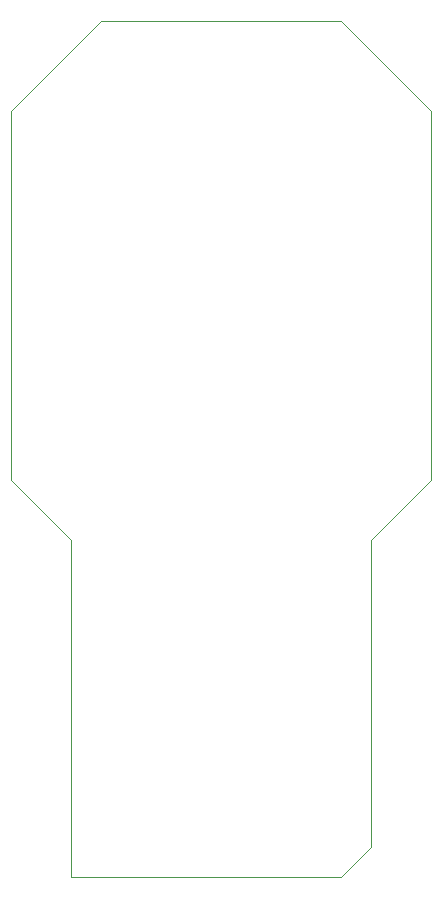
<source format=gbr>
%TF.GenerationSoftware,Altium Limited,Altium Designer,23.7.1 (13)*%
G04 Layer_Color=0*
%FSLAX45Y45*%
%MOMM*%
%TF.SameCoordinates,13906D11-38DA-49B6-AFB5-B3B90C62E25A*%
%TF.FilePolarity,Positive*%
%TF.FileFunction,Profile,NP*%
%TF.Part,Single*%
G01*
G75*
%TA.AperFunction,Profile*%
%ADD54C,0.02540*%
D54*
X7874000Y2540000D02*
Y5400000D01*
X7366000Y5908000D01*
Y9029700D01*
X8128000Y9791700D01*
X10160000D01*
X10922000Y9029700D01*
Y5908000D01*
X10414000Y5400000D01*
Y2794000D01*
X10413000D01*
X10159000Y2540000D01*
X7874000D01*
%TF.MD5,7dc81ca158a50bfcf137e2216b56b1cc*%
M02*

</source>
